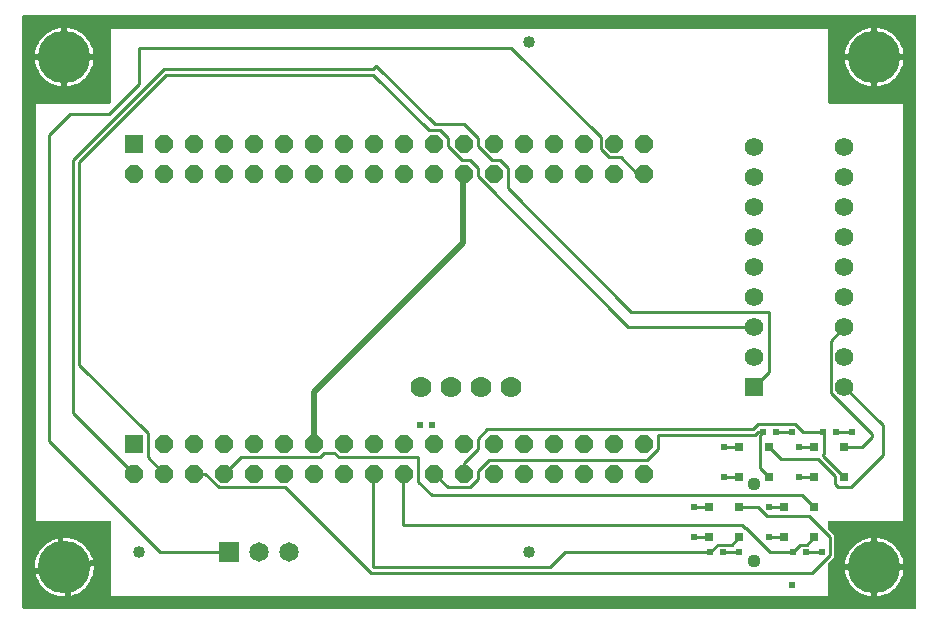
<source format=gbr>
G04 EAGLE Gerber RS-274X export*
G75*
%MOMM*%
%FSLAX34Y34*%
%LPD*%
%INBottom Copper*%
%IPPOS*%
%AMOC8*
5,1,8,0,0,1.08239X$1,22.5*%
G01*
%ADD10C,1.778000*%
%ADD11C,1.120000*%
%ADD12R,0.800000X0.800000*%
%ADD13R,0.609600X0.508000*%
%ADD14R,1.651000X1.651000*%
%ADD15C,1.651000*%
%ADD16R,1.564638X1.564638*%
%ADD17C,1.564638*%
%ADD18R,1.524000X1.524000*%
%ADD19P,1.649562X8X22.500000*%
%ADD20C,4.445000*%
%ADD21C,1.016000*%
%ADD22C,0.254000*%
%ADD23C,0.609600*%
%ADD24C,0.508000*%

G36*
X759444Y504308D02*
X759444Y504308D01*
X759437Y504427D01*
X759424Y504465D01*
X759419Y504506D01*
X759376Y504616D01*
X759339Y504729D01*
X759317Y504764D01*
X759302Y504801D01*
X759233Y504897D01*
X759169Y504998D01*
X759139Y505026D01*
X759116Y505059D01*
X759024Y505135D01*
X758937Y505216D01*
X758902Y505236D01*
X758871Y505261D01*
X758763Y505312D01*
X758659Y505370D01*
X758619Y505380D01*
X758583Y505397D01*
X758466Y505419D01*
X758351Y505449D01*
X758291Y505453D01*
X758271Y505457D01*
X758250Y505455D01*
X758190Y505459D01*
X3810Y505459D01*
X3692Y505444D01*
X3573Y505437D01*
X3535Y505424D01*
X3494Y505419D01*
X3384Y505376D01*
X3271Y505339D01*
X3236Y505317D01*
X3199Y505302D01*
X3103Y505233D01*
X3002Y505169D01*
X2974Y505139D01*
X2941Y505116D01*
X2865Y505024D01*
X2784Y504937D01*
X2764Y504902D01*
X2739Y504871D01*
X2688Y504763D01*
X2630Y504659D01*
X2620Y504619D01*
X2603Y504583D01*
X2581Y504466D01*
X2551Y504351D01*
X2547Y504291D01*
X2543Y504271D01*
X2545Y504250D01*
X2541Y504190D01*
X2541Y3810D01*
X2556Y3692D01*
X2563Y3573D01*
X2576Y3535D01*
X2581Y3494D01*
X2624Y3384D01*
X2661Y3271D01*
X2683Y3236D01*
X2698Y3199D01*
X2767Y3103D01*
X2831Y3002D01*
X2861Y2974D01*
X2884Y2941D01*
X2976Y2865D01*
X3063Y2784D01*
X3098Y2764D01*
X3129Y2739D01*
X3237Y2688D01*
X3341Y2630D01*
X3381Y2620D01*
X3417Y2603D01*
X3534Y2581D01*
X3649Y2551D01*
X3709Y2547D01*
X3729Y2543D01*
X3750Y2545D01*
X3810Y2541D01*
X758190Y2541D01*
X758308Y2556D01*
X758427Y2563D01*
X758465Y2576D01*
X758506Y2581D01*
X758616Y2624D01*
X758729Y2661D01*
X758764Y2683D01*
X758801Y2698D01*
X758897Y2767D01*
X758998Y2831D01*
X759026Y2861D01*
X759059Y2884D01*
X759135Y2976D01*
X759216Y3063D01*
X759236Y3098D01*
X759261Y3129D01*
X759312Y3237D01*
X759370Y3341D01*
X759380Y3381D01*
X759397Y3417D01*
X759419Y3534D01*
X759449Y3649D01*
X759453Y3709D01*
X759457Y3729D01*
X759455Y3750D01*
X759459Y3810D01*
X759459Y504190D01*
X759444Y504308D01*
G37*
%LPC*%
G36*
X76200Y430531D02*
X76200Y430531D01*
X76318Y430546D01*
X76437Y430553D01*
X76475Y430566D01*
X76516Y430571D01*
X76626Y430614D01*
X76739Y430651D01*
X76774Y430673D01*
X76811Y430688D01*
X76907Y430758D01*
X77008Y430821D01*
X77036Y430851D01*
X77069Y430874D01*
X77145Y430966D01*
X77226Y431053D01*
X77246Y431088D01*
X77271Y431119D01*
X77322Y431227D01*
X77380Y431331D01*
X77390Y431371D01*
X77407Y431407D01*
X77429Y431524D01*
X77459Y431639D01*
X77463Y431700D01*
X77467Y431720D01*
X77465Y431740D01*
X77469Y431800D01*
X77469Y494031D01*
X684531Y494031D01*
X684531Y431800D01*
X684546Y431682D01*
X684553Y431563D01*
X684566Y431525D01*
X684571Y431484D01*
X684614Y431374D01*
X684651Y431261D01*
X684673Y431226D01*
X684688Y431189D01*
X684758Y431093D01*
X684821Y430992D01*
X684851Y430964D01*
X684874Y430931D01*
X684966Y430856D01*
X685053Y430774D01*
X685088Y430754D01*
X685119Y430729D01*
X685227Y430678D01*
X685331Y430620D01*
X685371Y430610D01*
X685407Y430593D01*
X685524Y430571D01*
X685639Y430541D01*
X685700Y430537D01*
X685720Y430533D01*
X685740Y430535D01*
X685800Y430531D01*
X748031Y430531D01*
X748031Y77469D01*
X685800Y77469D01*
X685682Y77454D01*
X685563Y77447D01*
X685525Y77434D01*
X685484Y77429D01*
X685374Y77386D01*
X685261Y77349D01*
X685226Y77327D01*
X685189Y77312D01*
X685093Y77243D01*
X684992Y77179D01*
X684964Y77149D01*
X684931Y77126D01*
X684856Y77034D01*
X684774Y76947D01*
X684754Y76912D01*
X684729Y76881D01*
X684678Y76773D01*
X684620Y76669D01*
X684610Y76629D01*
X684593Y76593D01*
X684571Y76476D01*
X684541Y76361D01*
X684537Y76301D01*
X684533Y76281D01*
X684535Y76260D01*
X684531Y76200D01*
X684531Y71372D01*
X684543Y71274D01*
X684546Y71175D01*
X684563Y71117D01*
X684571Y71057D01*
X684607Y70965D01*
X684635Y70870D01*
X684665Y70817D01*
X684688Y70761D01*
X684746Y70681D01*
X684796Y70596D01*
X684862Y70520D01*
X684874Y70504D01*
X684884Y70496D01*
X684903Y70475D01*
X690119Y65259D01*
X690119Y46381D01*
X684903Y41165D01*
X684842Y41086D01*
X684774Y41014D01*
X684745Y40961D01*
X684708Y40913D01*
X684668Y40822D01*
X684620Y40736D01*
X684605Y40677D01*
X684581Y40622D01*
X684566Y40524D01*
X684541Y40428D01*
X684535Y40328D01*
X684531Y40307D01*
X684533Y40295D01*
X684531Y40267D01*
X684531Y13969D01*
X77469Y13969D01*
X77469Y76200D01*
X77454Y76318D01*
X77447Y76437D01*
X77434Y76475D01*
X77429Y76516D01*
X77386Y76626D01*
X77349Y76739D01*
X77327Y76774D01*
X77312Y76811D01*
X77243Y76907D01*
X77179Y77008D01*
X77149Y77036D01*
X77126Y77069D01*
X77034Y77145D01*
X76947Y77226D01*
X76912Y77246D01*
X76881Y77271D01*
X76773Y77322D01*
X76669Y77380D01*
X76629Y77390D01*
X76593Y77407D01*
X76476Y77429D01*
X76361Y77459D01*
X76301Y77463D01*
X76281Y77467D01*
X76260Y77465D01*
X76200Y77469D01*
X13969Y77469D01*
X13969Y430531D01*
X76200Y430531D01*
G37*
%LPD*%
%LPC*%
G36*
X37357Y62866D02*
X37357Y62866D01*
X39491Y62866D01*
X42255Y62554D01*
X44967Y61935D01*
X47592Y61017D01*
X50099Y59810D01*
X52454Y58330D01*
X54629Y56595D01*
X56595Y54629D01*
X58330Y52454D01*
X59810Y50099D01*
X61017Y47592D01*
X61935Y44967D01*
X62184Y43875D01*
X40281Y40953D01*
X37357Y62866D01*
G37*
%LPD*%
%LPC*%
G36*
X40953Y35919D02*
X40953Y35919D01*
X62866Y38843D01*
X62866Y36709D01*
X62554Y33945D01*
X61935Y31233D01*
X61017Y28608D01*
X59810Y26101D01*
X58330Y23746D01*
X56595Y21571D01*
X54629Y19605D01*
X52454Y17870D01*
X50099Y16390D01*
X47592Y15183D01*
X44967Y14265D01*
X43875Y14016D01*
X40953Y35919D01*
G37*
%LPD*%
%LPC*%
G36*
X13334Y39491D02*
X13334Y39491D01*
X13646Y42255D01*
X14265Y44967D01*
X15183Y47592D01*
X16390Y50099D01*
X17870Y52454D01*
X19605Y54629D01*
X21571Y56595D01*
X23746Y58330D01*
X26101Y59810D01*
X28608Y61017D01*
X31233Y61935D01*
X32325Y62184D01*
X35247Y40281D01*
X13334Y37357D01*
X13334Y39491D01*
G37*
%LPD*%
%LPC*%
G36*
X36709Y13334D02*
X36709Y13334D01*
X33945Y13646D01*
X31233Y14265D01*
X28608Y15183D01*
X26101Y16390D01*
X23746Y17870D01*
X21571Y19605D01*
X19605Y21571D01*
X17870Y23746D01*
X16390Y26101D01*
X15183Y28608D01*
X14265Y31233D01*
X14016Y32325D01*
X35919Y35247D01*
X38843Y13334D01*
X36709Y13334D01*
G37*
%LPD*%
%LPC*%
G36*
X40639Y472439D02*
X40639Y472439D01*
X40639Y494536D01*
X42255Y494354D01*
X44967Y493735D01*
X47592Y492817D01*
X50099Y491610D01*
X52454Y490130D01*
X54629Y488395D01*
X56595Y486429D01*
X58330Y484254D01*
X59810Y481899D01*
X61017Y479392D01*
X61935Y476767D01*
X62554Y474055D01*
X62736Y472439D01*
X40639Y472439D01*
G37*
%LPD*%
%LPC*%
G36*
X726439Y472439D02*
X726439Y472439D01*
X726439Y494536D01*
X728055Y494354D01*
X730767Y493735D01*
X733392Y492817D01*
X735899Y491610D01*
X738254Y490130D01*
X740429Y488395D01*
X742395Y486429D01*
X744130Y484254D01*
X745610Y481899D01*
X746817Y479392D01*
X747735Y476767D01*
X748354Y474055D01*
X748536Y472439D01*
X726439Y472439D01*
G37*
%LPD*%
%LPC*%
G36*
X726439Y40639D02*
X726439Y40639D01*
X726439Y62736D01*
X728055Y62554D01*
X730767Y61935D01*
X733392Y61017D01*
X735899Y59810D01*
X738254Y58330D01*
X740429Y56595D01*
X742395Y54629D01*
X744130Y52454D01*
X745610Y50099D01*
X746817Y47592D01*
X747735Y44967D01*
X748354Y42255D01*
X748536Y40639D01*
X726439Y40639D01*
G37*
%LPD*%
%LPC*%
G36*
X699264Y472439D02*
X699264Y472439D01*
X699446Y474055D01*
X700065Y476767D01*
X700983Y479392D01*
X702190Y481899D01*
X703670Y484254D01*
X705405Y486429D01*
X707371Y488395D01*
X709546Y490130D01*
X711901Y491610D01*
X714408Y492817D01*
X717033Y493735D01*
X719745Y494354D01*
X721361Y494536D01*
X721361Y472439D01*
X699264Y472439D01*
G37*
%LPD*%
%LPC*%
G36*
X13464Y472439D02*
X13464Y472439D01*
X13646Y474055D01*
X14265Y476767D01*
X15183Y479392D01*
X16390Y481899D01*
X17870Y484254D01*
X19605Y486429D01*
X21571Y488395D01*
X23746Y490130D01*
X26101Y491610D01*
X28608Y492817D01*
X31233Y493735D01*
X33945Y494354D01*
X35561Y494536D01*
X35561Y472439D01*
X13464Y472439D01*
G37*
%LPD*%
%LPC*%
G36*
X726439Y467361D02*
X726439Y467361D01*
X748536Y467361D01*
X748354Y465745D01*
X747735Y463033D01*
X746817Y460408D01*
X745610Y457901D01*
X744130Y455546D01*
X742395Y453371D01*
X740429Y451405D01*
X738254Y449670D01*
X735899Y448190D01*
X733392Y446983D01*
X730767Y446065D01*
X728055Y445446D01*
X726439Y445264D01*
X726439Y467361D01*
G37*
%LPD*%
%LPC*%
G36*
X40639Y467361D02*
X40639Y467361D01*
X62736Y467361D01*
X62554Y465745D01*
X61935Y463033D01*
X61017Y460408D01*
X59810Y457901D01*
X58330Y455546D01*
X56595Y453371D01*
X54629Y451405D01*
X52454Y449670D01*
X50099Y448190D01*
X47592Y446983D01*
X44967Y446065D01*
X42255Y445446D01*
X40639Y445264D01*
X40639Y467361D01*
G37*
%LPD*%
%LPC*%
G36*
X699264Y40639D02*
X699264Y40639D01*
X699446Y42255D01*
X700065Y44967D01*
X700983Y47592D01*
X702190Y50099D01*
X703670Y52454D01*
X705405Y54629D01*
X707371Y56595D01*
X709546Y58330D01*
X711901Y59810D01*
X714408Y61017D01*
X717033Y61935D01*
X719745Y62554D01*
X721361Y62736D01*
X721361Y40639D01*
X699264Y40639D01*
G37*
%LPD*%
%LPC*%
G36*
X726439Y35561D02*
X726439Y35561D01*
X748536Y35561D01*
X748354Y33945D01*
X747735Y31233D01*
X746817Y28608D01*
X745610Y26101D01*
X744130Y23746D01*
X742395Y21571D01*
X740429Y19605D01*
X738254Y17870D01*
X735899Y16390D01*
X733392Y15183D01*
X730767Y14265D01*
X728055Y13646D01*
X726439Y13464D01*
X726439Y35561D01*
G37*
%LPD*%
%LPC*%
G36*
X719745Y445446D02*
X719745Y445446D01*
X717033Y446065D01*
X714408Y446983D01*
X711901Y448190D01*
X709546Y449670D01*
X707371Y451405D01*
X705405Y453371D01*
X703670Y455546D01*
X702190Y457901D01*
X700983Y460408D01*
X700065Y463033D01*
X699446Y465745D01*
X699264Y467361D01*
X721361Y467361D01*
X721361Y445264D01*
X719745Y445446D01*
G37*
%LPD*%
%LPC*%
G36*
X33945Y445446D02*
X33945Y445446D01*
X31233Y446065D01*
X28608Y446983D01*
X26101Y448190D01*
X23746Y449670D01*
X21571Y451405D01*
X19605Y453371D01*
X17870Y455546D01*
X16390Y457901D01*
X15183Y460408D01*
X14265Y463033D01*
X13646Y465745D01*
X13464Y467361D01*
X35561Y467361D01*
X35561Y445264D01*
X33945Y445446D01*
G37*
%LPD*%
%LPC*%
G36*
X719745Y13646D02*
X719745Y13646D01*
X717033Y14265D01*
X714408Y15183D01*
X711901Y16390D01*
X709546Y17870D01*
X707371Y19605D01*
X705405Y21571D01*
X703670Y23746D01*
X702190Y26101D01*
X700983Y28608D01*
X700065Y31233D01*
X699446Y33945D01*
X699264Y35561D01*
X721361Y35561D01*
X721361Y13464D01*
X719745Y13646D01*
G37*
%LPD*%
%LPC*%
G36*
X723899Y469899D02*
X723899Y469899D01*
X723899Y469901D01*
X723901Y469901D01*
X723901Y469899D01*
X723899Y469899D01*
G37*
%LPD*%
%LPC*%
G36*
X38099Y469899D02*
X38099Y469899D01*
X38099Y469901D01*
X38101Y469901D01*
X38101Y469899D01*
X38099Y469899D01*
G37*
%LPD*%
%LPC*%
G36*
X723899Y38099D02*
X723899Y38099D01*
X723899Y38101D01*
X723901Y38101D01*
X723901Y38099D01*
X723899Y38099D01*
G37*
%LPD*%
%LPC*%
G36*
X38099Y38101D02*
X38099Y38101D01*
X38101Y38101D01*
X38101Y38099D01*
X38099Y38099D01*
X38099Y38101D01*
G37*
%LPD*%
D10*
X340360Y190500D03*
X365760Y190500D03*
X391160Y190500D03*
X416560Y190500D03*
D11*
X622300Y108700D03*
X622300Y43700D03*
D12*
X635000Y139700D03*
X609600Y139700D03*
X609600Y114300D03*
X635000Y114300D03*
X698500Y139700D03*
X673100Y139700D03*
X673100Y114300D03*
X698500Y114300D03*
X609600Y88900D03*
X584200Y88900D03*
X584200Y63500D03*
X609600Y63500D03*
X673100Y88900D03*
X647700Y88900D03*
X647700Y63500D03*
X673100Y63500D03*
D13*
X665988Y50800D03*
X654812Y50800D03*
X596138Y50800D03*
X584962Y50800D03*
X629412Y152400D03*
X640588Y152400D03*
X680212Y152400D03*
X691388Y152400D03*
D14*
X177800Y50800D03*
D15*
X203200Y50800D03*
X228600Y50800D03*
D16*
X622300Y190500D03*
D17*
X622300Y215900D03*
X622300Y241300D03*
X622300Y266700D03*
X622300Y292100D03*
X622300Y317500D03*
X622300Y342900D03*
X622300Y368300D03*
X622300Y393700D03*
X698500Y393700D03*
X698500Y368300D03*
X698500Y342900D03*
X698500Y317500D03*
X698500Y292100D03*
X698500Y266700D03*
X698500Y241300D03*
X698500Y215900D03*
X698500Y190500D03*
D18*
X97200Y396500D03*
D19*
X97200Y371100D03*
X122600Y396500D03*
X122600Y371100D03*
X148000Y396500D03*
X148000Y371100D03*
X173400Y396500D03*
X173400Y371100D03*
X198800Y396500D03*
X198800Y371100D03*
X224200Y396500D03*
X224200Y371100D03*
X249600Y396500D03*
X249600Y371100D03*
X275000Y396500D03*
X275000Y371100D03*
X300400Y396500D03*
X300400Y371100D03*
X325800Y396500D03*
X325800Y371100D03*
X351200Y396500D03*
X351200Y371100D03*
X376600Y396500D03*
X376600Y371100D03*
X402000Y396500D03*
X402000Y371100D03*
X427400Y396500D03*
X427400Y371100D03*
X452800Y396500D03*
X452800Y371100D03*
X478200Y396500D03*
X478200Y371100D03*
X503600Y396500D03*
X503600Y371100D03*
X529000Y396500D03*
X529000Y371100D03*
D18*
X97200Y142500D03*
D19*
X97200Y117100D03*
X122600Y142500D03*
X122600Y117100D03*
X148000Y142500D03*
X148000Y117100D03*
X173400Y142500D03*
X173400Y117100D03*
X198800Y142500D03*
X198800Y117100D03*
X224200Y142500D03*
X224200Y117100D03*
X249600Y142500D03*
X249600Y117100D03*
X275000Y142500D03*
X275000Y117100D03*
X300400Y142500D03*
X300400Y117100D03*
X325800Y142500D03*
X325800Y117100D03*
X351200Y142500D03*
X351200Y117100D03*
X376600Y142500D03*
X376600Y117100D03*
X402000Y142500D03*
X402000Y117100D03*
X427400Y142500D03*
X427400Y117100D03*
X452800Y142500D03*
X452800Y117100D03*
X478200Y142500D03*
X478200Y117100D03*
X503600Y142500D03*
X503600Y117100D03*
X529000Y142500D03*
X529000Y117100D03*
D20*
X38100Y38100D03*
X723900Y38100D03*
X723900Y469900D03*
X38100Y469900D03*
D21*
X101600Y50800D03*
X431800Y50800D03*
X431800Y482600D03*
D22*
X596900Y139700D02*
X609600Y139700D01*
D23*
X596900Y139700D03*
D22*
X596900Y114300D02*
X609600Y114300D01*
D23*
X596900Y114300D03*
D22*
X584200Y88900D02*
X571500Y88900D01*
D23*
X571500Y88900D03*
D22*
X571500Y63500D02*
X584200Y63500D01*
D23*
X571500Y63500D03*
D22*
X635000Y88900D02*
X647700Y88900D01*
D23*
X635000Y88900D03*
D22*
X635000Y63500D02*
X647700Y63500D01*
D23*
X635000Y63500D03*
D22*
X660400Y139700D02*
X673100Y139700D01*
D23*
X660400Y139700D03*
D22*
X660400Y114300D02*
X673100Y114300D01*
D23*
X660400Y114300D03*
X654050Y22860D03*
D22*
X609600Y50800D02*
X596138Y50800D01*
D23*
X609600Y50800D03*
D22*
X665988Y50800D02*
X679450Y50800D01*
D23*
X679450Y50800D03*
D22*
X654050Y152400D02*
X640588Y152400D01*
D23*
X654050Y152400D03*
D22*
X691388Y152400D02*
X704850Y152400D01*
D23*
X704850Y152400D03*
X339090Y158750D03*
X349250Y158750D03*
D22*
X703924Y106336D02*
X730819Y133231D01*
X730819Y158181D01*
X698500Y190500D01*
X645160Y129540D02*
X635000Y139700D01*
X690690Y114926D02*
X690690Y108722D01*
X693076Y106336D01*
X701040Y106336D01*
X703924Y106336D01*
X676076Y129540D02*
X645160Y129540D01*
X676076Y129540D02*
X690690Y114926D01*
X635000Y114300D02*
X627190Y122110D01*
X627190Y150178D02*
X629412Y152400D01*
X627190Y150178D02*
X627190Y122110D01*
X625620Y152400D02*
X629412Y152400D01*
X625620Y152400D02*
X623080Y149860D01*
X541020Y149860D01*
X388030Y112366D02*
X386752Y111088D01*
X540430Y149270D02*
X541020Y149860D01*
X540430Y149270D02*
X540430Y137766D01*
X397266Y128530D02*
X388030Y119295D01*
X388030Y112366D01*
X531195Y128530D02*
X540430Y137766D01*
X531195Y128530D02*
X397266Y128530D01*
X386752Y111088D02*
X381335Y105670D01*
X362630Y105670D01*
X351200Y117100D01*
X698500Y139700D02*
X713486Y139700D01*
X721868Y148082D01*
X721868Y150680D01*
X686867Y185681D02*
X686867Y229667D01*
X698500Y241300D01*
X686867Y185681D02*
X721868Y150680D01*
X680910Y134122D02*
X680720Y133932D01*
X680720Y132080D01*
X680910Y151702D02*
X680212Y152400D01*
X680910Y151702D02*
X680910Y134122D01*
X680720Y132080D02*
X698500Y114300D01*
X680212Y152400D02*
X663749Y152400D01*
X656891Y159258D01*
X625294Y159258D01*
X620976Y154940D01*
X396240Y154940D02*
X388030Y146730D01*
X388030Y137766D01*
X376600Y126336D02*
X376600Y117100D01*
X376600Y126336D02*
X388030Y137766D01*
X396240Y154940D02*
X620976Y154940D01*
X157236Y117100D02*
X148000Y117100D01*
X157236Y117100D02*
X168666Y105670D01*
X224966Y105670D01*
X297616Y33020D01*
X671369Y33020D02*
X686308Y47959D01*
X671369Y33020D02*
X297616Y33020D01*
X609600Y88900D02*
X625301Y88900D01*
X633111Y81090D01*
X668898Y81090D01*
X686308Y63680D01*
X686308Y47959D01*
X609600Y63500D02*
X603250Y57150D01*
X585162Y50800D02*
X584962Y50800D01*
X591512Y57150D02*
X603250Y57150D01*
X591512Y57150D02*
X585162Y50800D01*
X462280Y50800D02*
X449580Y38100D01*
X299720Y38100D01*
X299720Y116420D01*
X300400Y117100D01*
X462280Y50800D02*
X584962Y50800D01*
X662710Y99290D02*
X673100Y88900D01*
X348990Y99290D02*
X337820Y110460D01*
X348990Y99290D02*
X662710Y99290D01*
X337820Y110460D02*
X337820Y131070D01*
X270266Y131070D02*
X266716Y134620D01*
X270266Y131070D02*
X337820Y131070D01*
X257885Y134620D02*
X254335Y131070D01*
X187370Y131070D02*
X173400Y117100D01*
X187370Y131070D02*
X254335Y131070D01*
X257885Y134620D02*
X266716Y134620D01*
X666750Y57150D02*
X673100Y63500D01*
X666750Y57150D02*
X661362Y57150D01*
X655012Y50800D02*
X654812Y50800D01*
X655012Y50800D02*
X661362Y57150D01*
X615178Y71310D02*
X614490Y71310D01*
X612140Y73660D01*
X635688Y50800D02*
X654812Y50800D01*
X635688Y50800D02*
X615178Y71310D01*
X325120Y73660D02*
X325120Y116420D01*
X325800Y117100D01*
X325120Y73660D02*
X612140Y73660D01*
X622300Y190500D02*
X635000Y203200D01*
X635000Y254000D01*
X518160Y254000D01*
X413430Y375835D02*
X406735Y382530D01*
X351530Y413010D02*
X302260Y462280D01*
X413430Y358730D02*
X518160Y254000D01*
X413430Y358730D02*
X413430Y375835D01*
X406735Y382530D02*
X399806Y382530D01*
X388030Y394306D01*
X388030Y401235D01*
X376255Y413010D01*
X351530Y413010D01*
X302260Y462280D02*
X299720Y459740D01*
X122356Y459740D01*
X45720Y383104D01*
X45720Y168580D02*
X97200Y117100D01*
X45720Y168580D02*
X45720Y383104D01*
X381335Y382530D02*
X388030Y375835D01*
X362630Y401235D02*
X355935Y407930D01*
X346450Y407930D02*
X299720Y454660D01*
X346450Y407930D02*
X355935Y407930D01*
X515636Y241300D02*
X622300Y241300D01*
X515636Y241300D02*
X388030Y368906D01*
X388030Y375835D01*
X381335Y382530D02*
X374406Y382530D01*
X362630Y394306D01*
X362630Y401235D01*
X299720Y454660D02*
X124460Y454660D01*
X50800Y381000D01*
X108630Y131070D02*
X122600Y117100D01*
X108630Y131070D02*
X108630Y151698D01*
X50800Y209528D02*
X50800Y381000D01*
X50800Y209528D02*
X108630Y151698D01*
X119380Y50800D02*
X177800Y50800D01*
X119380Y50800D02*
X25400Y144780D01*
X25400Y403860D01*
X43180Y421640D02*
X76200Y421640D01*
X101600Y447040D01*
X101600Y477520D01*
X522980Y371100D02*
X529000Y371100D01*
X498866Y385070D02*
X492170Y391766D01*
X509010Y385070D02*
X522980Y371100D01*
X492170Y391766D02*
X492170Y401910D01*
X498866Y385070D02*
X509010Y385070D01*
X43180Y421640D02*
X25400Y403860D01*
X101600Y477520D02*
X416560Y477520D01*
X492170Y401910D01*
D24*
X249600Y186100D02*
X249600Y142500D01*
X249600Y186100D02*
X375920Y312420D01*
X375920Y370420D02*
X376600Y371100D01*
X375920Y370420D02*
X375920Y312420D01*
M02*

</source>
